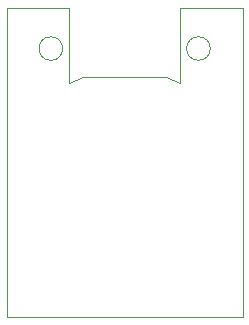
<source format=gbr>
%TF.GenerationSoftware,KiCad,Pcbnew,(6.0.8)*%
%TF.CreationDate,2022-10-31T23:03:35+01:00*%
%TF.ProjectId,epi,6570692e-6b69-4636-9164-5f7063625858,rev?*%
%TF.SameCoordinates,Original*%
%TF.FileFunction,Profile,NP*%
%FSLAX46Y46*%
G04 Gerber Fmt 4.6, Leading zero omitted, Abs format (unit mm)*
G04 Created by KiCad (PCBNEW (6.0.8)) date 2022-10-31 23:03:35*
%MOMM*%
%LPD*%
G01*
G04 APERTURE LIST*
%TA.AperFunction,Profile*%
%ADD10C,0.100000*%
%TD*%
G04 APERTURE END LIST*
D10*
X110000000Y-36400000D02*
X110000000Y-40800000D01*
X106250000Y-40800000D02*
G75*
G03*
X106250000Y-38800000I0J1000000D01*
G01*
X90000000Y-36400000D02*
X90000000Y-40800000D01*
X95300000Y-42700000D02*
X96500000Y-42200000D01*
X93750000Y-38800000D02*
G75*
G03*
X93750000Y-40800000I0J-1000000D01*
G01*
X96500000Y-42200000D02*
X103500000Y-42200000D01*
X106250000Y-38800000D02*
G75*
G03*
X106250000Y-40800000I0J-1000000D01*
G01*
X93750000Y-40800000D02*
G75*
G03*
X93750000Y-38800000I0J1000000D01*
G01*
X104700000Y-36400000D02*
X110000000Y-36400000D01*
X104700000Y-42700000D02*
X104700000Y-36400000D01*
X110000000Y-62500000D02*
X110000000Y-40800000D01*
X90000000Y-62500000D02*
X110000000Y-62500000D01*
X90000000Y-40800000D02*
X90000000Y-62500000D01*
X90000000Y-36400000D02*
X95300000Y-36400000D01*
X95300000Y-36400000D02*
X95300000Y-42700000D01*
X103500000Y-42200000D02*
X104700000Y-42700000D01*
M02*

</source>
